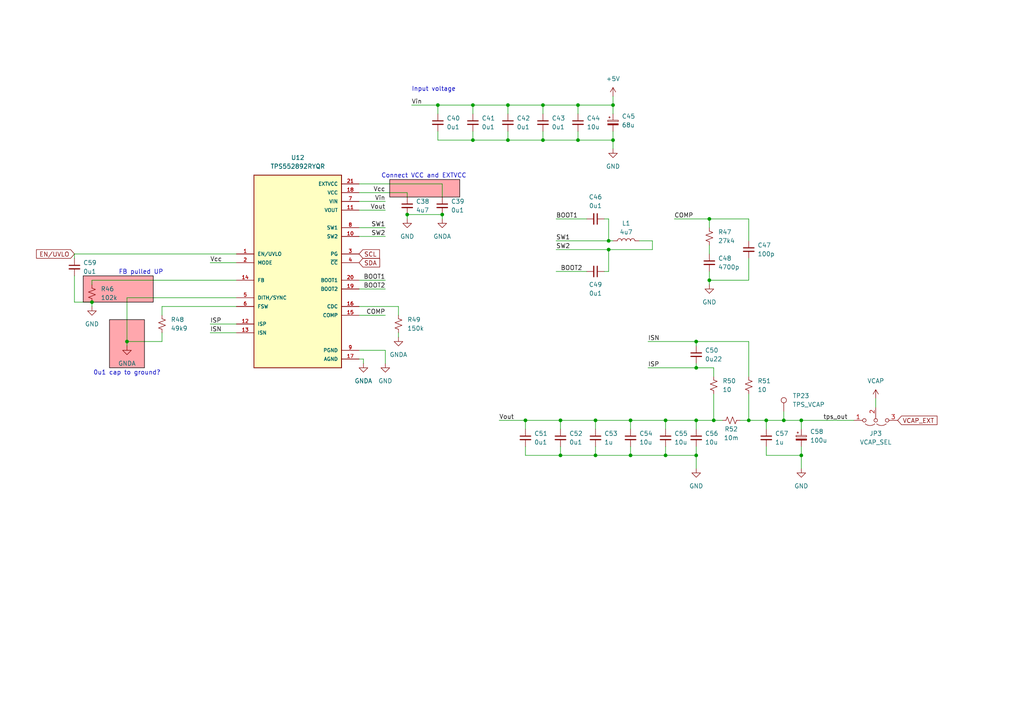
<source format=kicad_sch>
(kicad_sch (version 20231120) (generator "eeschema") (generator_version "8.0")
  (paper "A4")
  (lib_symbols
    (symbol "Connector:TestPoint" (pin_numbers hide) (pin_names (offset 0.762) hide)
      (property "Reference" "TP" (at 0 6.858 0))
      (property "Value" "TestPoint" (at 0 5.08 0))
      (symbol "TestPoint_0_1"
        (circle (center 0 3.302) (radius 0.762))
      )
      (symbol "TestPoint_1_1"
        (pin passive line (at 0 0 90) (length 2.54) (name "1") (number "1"))
      )
    )
    (symbol "DW_custom_symbols:TPS552892RYQR" (pin_names (offset 1.016))
      (property "Reference" "U" (at -12.7 30.48 0))
      (property "Value" "TPS552892RYQR" (at -12.7 -30.48 0))
      (symbol "TPS552892RYQR_0_0"
        (rectangle (start -12.7 -27.94) (end 12.7 27.94) (stroke (width 0.254)) (fill (type background)))
        (pin input line (at -17.78 5.08 0) (length 5.08) (name "EN/UVLO") (number "1"))
        (pin power_in line (at 17.78 10.16 180) (length 5.08) (name "SW2") (number "10"))
        (pin power_in line (at 17.78 17.78 180) (length 5.08) (name "VOUT") (number "11"))
        (pin input line (at -17.78 -15.24 0) (length 5.08) (name "ISP") (number "12"))
        (pin input line (at -17.78 -17.78 0) (length 5.08) (name "ISN") (number "13"))
        (pin input line (at -17.78 -2.54 0) (length 5.08) (name "FB") (number "14"))
        (pin output line (at 17.78 -12.7 180) (length 5.08) (name "COMP") (number "15"))
        (pin output line (at 17.78 -10.16 180) (length 5.08) (name "CDC") (number "16"))
        (pin power_in line (at 17.78 -25.4 180) (length 5.08) (name "AGND") (number "17"))
        (pin power_in line (at 17.78 22.86 180) (length 5.08) (name "VCC") (number "18"))
        (pin output line (at 17.78 -5.08 180) (length 5.08) (name "BOOT2") (number "19"))
        (pin input line (at -17.78 2.54 0) (length 5.08) (name "MODE") (number "2"))
        (pin output line (at 17.78 -2.54 180) (length 5.08) (name "BOOT1") (number "20"))
        (pin power_in line (at 17.78 25.4 180) (length 5.08) (name "EXTVCC") (number "21"))
        (pin output line (at 17.78 5.08 180) (length 5.08) (name "PG") (number "3"))
        (pin output line (at 17.78 2.54 180) (length 5.08) (name "~{CC}") (number "4"))
        (pin input line (at -17.78 -7.62 0) (length 5.08) (name "DITH/SYNC") (number "5"))
        (pin input line (at -17.78 -10.16 0) (length 5.08) (name "FSW") (number "6"))
        (pin power_in line (at 17.78 20.32 180) (length 5.08) (name "VIN") (number "7"))
        (pin power_in line (at 17.78 12.7 180) (length 5.08) (name "SW1") (number "8"))
        (pin power_in line (at 17.78 -22.86 180) (length 5.08) (name "PGND") (number "9"))
      )
    )
    (symbol "Device:C_Polarized_Small" (pin_numbers hide) (pin_names (offset 0.254) hide)
      (property "Reference" "C" (at 0.254 1.778 0))
      (property "Value" "C_Polarized_Small" (at 0.254 -2.032 0))
      (symbol "C_Polarized_Small_0_1"
        (rectangle (start -1.524 -0.3048) (end 1.524 -0.6858) (fill (type outline)))
        (rectangle (start -1.524 0.6858) (end 1.524 0.3048))
        (polyline (pts (xy -1.27 1.524) (xy -0.762 1.524)))
        (polyline (pts (xy -1.016 1.27) (xy -1.016 1.778)))
      )
      (symbol "C_Polarized_Small_1_1"
        (pin passive line (at 0 2.54 270) (length 1.8542) (name "~") (number "1"))
        (pin passive line (at 0 -2.54 90) (length 1.8542) (name "~") (number "2"))
      )
    )
    (symbol "Device:C_Small" (pin_numbers hide) (pin_names (offset 0.254) hide)
      (property "Reference" "C" (at 0.254 1.778 0))
      (property "Value" "C_Small" (at 0.254 -2.032 0))
      (symbol "C_Small_0_1"
        (polyline (pts (xy -1.524 -0.508) (xy 1.524 -0.508)) (stroke (width 0.3302)))
        (polyline (pts (xy -1.524 0.508) (xy 1.524 0.508)) (stroke (width 0.3048)))
      )
      (symbol "C_Small_1_1"
        (pin passive line (at 0 2.54 270) (length 2.032) (name "~") (number "1"))
        (pin passive line (at 0 -2.54 90) (length 2.032) (name "~") (number "2"))
      )
    )
    (symbol "Device:L" (pin_numbers hide) (pin_names (offset 1.016) hide)
      (property "Reference" "L" (at -1.27 0 90))
      (property "Value" "L" (at 1.905 0 90))
      (symbol "L_0_1"
        (arc (start 0 -2.54) (mid 0.6323 -1.905) (end 0 -1.27))
        (arc (start 0 -1.27) (mid 0.6323 -0.635) (end 0 0))
        (arc (start 0 0) (mid 0.6323 0.635) (end 0 1.27))
        (arc (start 0 1.27) (mid 0.6323 1.905) (end 0 2.54))
      )
      (symbol "L_1_1"
        (pin passive line (at 0 3.81 270) (length 1.27) (name "1") (number "1"))
        (pin passive line (at 0 -3.81 90) (length 1.27) (name "2") (number "2"))
      )
    )
    (symbol "Device:R_Small_US" (pin_numbers hide) (pin_names (offset 0.254) hide)
      (property "Reference" "R" (at 0.762 0.508 0))
      (property "Value" "R_Small_US" (at 0.762 -1.016 0))
      (symbol "R_Small_US_1_1"
        (polyline (pts (xy 0 0) (xy 1.016 -0.381) (xy 0 -0.762) (xy -1.016 -1.143) (xy 0 -1.524)))
        (polyline (pts (xy 0 1.524) (xy 1.016 1.143) (xy 0 0.762) (xy -1.016 0.381) (xy 0 0)))
        (pin passive line (at 0 2.54 270) (length 1.016) (name "~") (number "1"))
        (pin passive line (at 0 -2.54 90) (length 1.016) (name "~") (number "2"))
      )
    )
    (symbol "Jumper:Jumper_3_Open" (pin_names (offset 0) hide)
      (property "Reference" "JP" (at -2.54 -2.54 0))
      (property "Value" "Jumper_3_Open" (at 0 2.794 0))
      (symbol "Jumper_3_Open_0_0"
        (circle (center -3.302 0) (radius 0.508))
        (circle (center 0 0) (radius 0.508))
        (circle (center 3.302 0) (radius 0.508))
      )
      (symbol "Jumper_3_Open_0_1"
        (arc (start -0.254 1.016) (mid -1.651 1.4992) (end -3.048 1.016))
        (polyline (pts (xy 0 -0.508) (xy 0 -1.27)))
        (arc (start 3.048 1.016) (mid 1.651 1.4992) (end 0.254 1.016))
      )
      (symbol "Jumper_3_Open_1_1"
        (pin passive line (at -6.35 0 0) (length 2.54) (name "A") (number "1"))
        (pin passive line (at 0 -3.81 90) (length 2.54) (name "C") (number "2"))
        (pin passive line (at 6.35 0 180) (length 2.54) (name "B") (number "3"))
      )
    )
    (symbol "VBUS_2" (power) (pin_names (offset 0))
      (property "Value" "VBUS_2" (at 0 5.08 0))
      (symbol "VBUS_2_0_1"
        (polyline (pts (xy -0.762 1.27) (xy 0 2.54)))
        (polyline (pts (xy 0 0) (xy 0 2.54)))
        (polyline (pts (xy 0 2.54) (xy 0.762 1.27)))
      )
      (symbol "VBUS_2_1_1"
        (pin power_in line (at 0 0 90) (length 0) hide (name "VCAP") (number "1"))
      )
    )
    (symbol "power:+5V" (power) (pin_names (offset 0))
      (property "Value" "+5V" (at 0 3.556 0))
      (symbol "+5V_0_1"
        (polyline (pts (xy -0.762 1.27) (xy 0 2.54)))
        (polyline (pts (xy 0 0) (xy 0 2.54)))
        (polyline (pts (xy 0 2.54) (xy 0.762 1.27)))
      )
      (symbol "+5V_1_1"
        (pin power_in line (at 0 0 90) (length 0) hide (name "+5V") (number "1"))
      )
    )
    (symbol "power:GND" (power) (pin_names (offset 0))
      (property "Value" "GND" (at 0 -3.81 0))
      (symbol "GND_0_1"
        (polyline (pts (xy 0 0) (xy 0 -1.27) (xy 1.27 -1.27) (xy 0 -2.54) (xy -1.27 -1.27) (xy 0 -1.27)))
      )
      (symbol "GND_1_1"
        (pin power_in line (at 0 0 270) (length 0) hide (name "GND") (number "1"))
      )
    )
    (symbol "power:GNDA" (power) (pin_names (offset 0))
      (property "Value" "GNDA" (at 0 -3.81 0))
      (symbol "GNDA_0_1"
        (polyline (pts (xy 0 0) (xy 0 -1.27) (xy 1.27 -1.27) (xy 0 -2.54) (xy -1.27 -1.27) (xy 0 -1.27)))
      )
      (symbol "GNDA_1_1"
        (pin power_in line (at 0 0 270) (length 0) hide (name "GNDA") (number "1"))
      )
    )
  )
  (junction (at 176.53 72.39))
  (junction (at 127 30.48))
  (junction (at 177.8 30.48))
  (junction (at 177.8 40.64))
  (junction (at 232.41 132.08))
  (junction (at 172.72 132.08))
  (junction (at 176.53 69.85))
  (junction (at 207.01 121.92))
  (junction (at 201.93 106.68))
  (junction (at 152.4 121.92))
  (junction (at 137.16 30.48))
  (junction (at 201.93 132.08))
  (junction (at 193.04 132.08))
  (junction (at 193.04 121.92))
  (junction (at 118.11 62.23))
  (junction (at 232.41 121.92))
  (junction (at 217.17 121.92))
  (junction (at 205.74 63.5))
  (junction (at 227.33 121.92))
  (junction (at 26.67 87.63))
  (junction (at 147.32 40.64))
  (junction (at 162.56 121.92))
  (junction (at 205.74 81.28))
  (junction (at 182.88 121.92))
  (junction (at 157.48 30.48))
  (junction (at 162.56 132.08))
  (junction (at 201.93 121.92))
  (junction (at 167.64 40.64))
  (junction (at 147.32 30.48))
  (junction (at 167.64 30.48))
  (junction (at 137.16 40.64))
  (junction (at 182.88 132.08))
  (junction (at 157.48 40.64))
  (junction (at 36.83 99.06))
  (junction (at 128.27 62.23))
  (junction (at 222.25 121.92))
  (junction (at 201.93 99.06))
  (junction (at 172.72 121.92))
  (wire (pts (xy 182.88 121.92) (xy 172.72 121.92)))
  (wire (pts (xy 157.48 40.64) (xy 167.64 40.64)))
  (wire (pts (xy 118.11 62.23) (xy 128.27 62.23)))
  (wire (pts (xy 177.8 40.64) (xy 177.8 43.18)))
  (wire (pts (xy 36.83 86.36) (xy 36.83 99.06)))
  (wire (pts (xy 201.93 132.08) (xy 193.04 132.08)))
  (wire (pts (xy 147.32 30.48) (xy 147.32 33.02)))
  (wire (pts (xy 26.67 81.28) (xy 26.67 82.55)))
  (wire (pts (xy 36.83 86.36) (xy 68.58 86.36)))
  (wire (pts (xy 128.27 62.23) (xy 128.27 63.5)))
  (wire (pts (xy 127 30.48) (xy 127 33.02)))
  (wire (pts (xy 182.88 129.54) (xy 182.88 132.08)))
  (wire (pts (xy 111.76 101.6) (xy 104.14 101.6)))
  (wire (pts (xy 161.29 63.5) (xy 170.18 63.5)))
  (wire (pts (xy 105.41 105.41) (xy 105.41 104.14)))
  (wire (pts (xy 161.29 78.74) (xy 170.18 78.74)))
  (wire (pts (xy 105.41 104.14) (xy 104.14 104.14)))
  (wire (pts (xy 161.29 72.39) (xy 176.53 72.39)))
  (wire (pts (xy 187.96 99.06) (xy 201.93 99.06)))
  (wire (pts (xy 214.63 121.92) (xy 217.17 121.92)))
  (wire (pts (xy 177.8 27.94) (xy 177.8 30.48)))
  (wire (pts (xy 217.17 63.5) (xy 205.74 63.5)))
  (wire (pts (xy 232.41 121.92) (xy 247.65 121.92)))
  (wire (pts (xy 222.25 129.54) (xy 222.25 132.08)))
  (wire (pts (xy 104.14 68.58) (xy 111.76 68.58)))
  (wire (pts (xy 111.76 91.44) (xy 104.14 91.44)))
  (wire (pts (xy 21.59 87.63) (xy 26.67 87.63)))
  (wire (pts (xy 201.93 106.68) (xy 207.01 106.68)))
  (wire (pts (xy 176.53 78.74) (xy 176.53 72.39)))
  (wire (pts (xy 172.72 132.08) (xy 182.88 132.08)))
  (wire (pts (xy 195.58 63.5) (xy 205.74 63.5)))
  (wire (pts (xy 137.16 40.64) (xy 147.32 40.64)))
  (wire (pts (xy 152.4 121.92) (xy 152.4 124.46)))
  (wire (pts (xy 172.72 121.92) (xy 172.72 124.46)))
  (wire (pts (xy 118.11 57.15) (xy 118.11 55.88)))
  (wire (pts (xy 207.01 114.3) (xy 207.01 121.92)))
  (wire (pts (xy 157.48 30.48) (xy 157.48 33.02)))
  (wire (pts (xy 227.33 119.38) (xy 227.33 121.92)))
  (wire (pts (xy 201.93 132.08) (xy 201.93 135.89)))
  (wire (pts (xy 115.57 91.44) (xy 115.57 88.9)))
  (wire (pts (xy 201.93 124.46) (xy 201.93 121.92)))
  (wire (pts (xy 217.17 109.22) (xy 217.17 99.06)))
  (wire (pts (xy 232.41 132.08) (xy 232.41 135.89)))
  (wire (pts (xy 104.14 66.04) (xy 111.76 66.04)))
  (wire (pts (xy 217.17 74.93) (xy 217.17 81.28)))
  (wire (pts (xy 21.59 73.66) (xy 68.58 73.66)))
  (wire (pts (xy 46.99 88.9) (xy 46.99 91.44)))
  (wire (pts (xy 68.58 81.28) (xy 26.67 81.28)))
  (wire (pts (xy 201.93 99.06) (xy 217.17 99.06)))
  (wire (pts (xy 217.17 69.85) (xy 217.17 63.5)))
  (wire (pts (xy 217.17 121.92) (xy 222.25 121.92)))
  (wire (pts (xy 152.4 121.92) (xy 144.78 121.92)))
  (wire (pts (xy 26.67 87.63) (xy 26.67 88.9)))
  (wire (pts (xy 177.8 30.48) (xy 167.64 30.48)))
  (wire (pts (xy 157.48 30.48) (xy 147.32 30.48)))
  (wire (pts (xy 111.76 83.82) (xy 104.14 83.82)))
  (wire (pts (xy 207.01 109.22) (xy 207.01 106.68)))
  (wire (pts (xy 193.04 121.92) (xy 182.88 121.92)))
  (wire (pts (xy 127 38.1) (xy 127 40.64)))
  (wire (pts (xy 189.23 69.85) (xy 189.23 72.39)))
  (wire (pts (xy 115.57 96.52) (xy 115.57 97.79)))
  (wire (pts (xy 127 40.64) (xy 137.16 40.64)))
  (wire (pts (xy 207.01 121.92) (xy 209.55 121.92)))
  (wire (pts (xy 222.25 121.92) (xy 222.25 124.46)))
  (wire (pts (xy 111.76 105.41) (xy 111.76 101.6)))
  (wire (pts (xy 187.96 106.68) (xy 201.93 106.68)))
  (wire (pts (xy 36.83 99.06) (xy 46.99 99.06)))
  (wire (pts (xy 137.16 38.1) (xy 137.16 40.64)))
  (wire (pts (xy 104.14 60.96) (xy 111.76 60.96)))
  (wire (pts (xy 152.4 129.54) (xy 152.4 132.08)))
  (wire (pts (xy 147.32 38.1) (xy 147.32 40.64)))
  (wire (pts (xy 205.74 78.74) (xy 205.74 81.28)))
  (wire (pts (xy 201.93 99.06) (xy 201.93 100.33)))
  (wire (pts (xy 227.33 121.92) (xy 232.41 121.92)))
  (wire (pts (xy 182.88 121.92) (xy 182.88 124.46)))
  (wire (pts (xy 111.76 81.28) (xy 104.14 81.28)))
  (wire (pts (xy 167.64 30.48) (xy 167.64 33.02)))
  (wire (pts (xy 222.25 121.92) (xy 227.33 121.92)))
  (wire (pts (xy 21.59 80.01) (xy 21.59 87.63)))
  (wire (pts (xy 46.99 96.52) (xy 46.99 99.06)))
  (wire (pts (xy 137.16 30.48) (xy 137.16 33.02)))
  (wire (pts (xy 167.64 40.64) (xy 177.8 40.64)))
  (wire (pts (xy 193.04 121.92) (xy 193.04 124.46)))
  (wire (pts (xy 182.88 132.08) (xy 193.04 132.08)))
  (wire (pts (xy 157.48 38.1) (xy 157.48 40.64)))
  (wire (pts (xy 201.93 105.41) (xy 201.93 106.68)))
  (wire (pts (xy 161.29 69.85) (xy 176.53 69.85)))
  (wire (pts (xy 217.17 114.3) (xy 217.17 121.92)))
  (wire (pts (xy 177.8 38.1) (xy 177.8 40.64)))
  (wire (pts (xy 162.56 121.92) (xy 152.4 121.92)))
  (wire (pts (xy 176.53 72.39) (xy 189.23 72.39)))
  (wire (pts (xy 147.32 30.48) (xy 137.16 30.48)))
  (wire (pts (xy 185.42 69.85) (xy 189.23 69.85)))
  (wire (pts (xy 162.56 129.54) (xy 162.56 132.08)))
  (wire (pts (xy 167.64 30.48) (xy 157.48 30.48)))
  (wire (pts (xy 205.74 63.5) (xy 205.74 66.04)))
  (wire (pts (xy 119.38 30.48) (xy 127 30.48)))
  (wire (pts (xy 217.17 81.28) (xy 205.74 81.28)))
  (wire (pts (xy 176.53 69.85) (xy 177.8 69.85)))
  (wire (pts (xy 201.93 129.54) (xy 201.93 132.08)))
  (wire (pts (xy 222.25 132.08) (xy 232.41 132.08)))
  (wire (pts (xy 232.41 121.92) (xy 232.41 124.46)))
  (wire (pts (xy 232.41 132.08) (xy 232.41 129.54)))
  (wire (pts (xy 205.74 71.12) (xy 205.74 73.66)))
  (wire (pts (xy 162.56 121.92) (xy 162.56 124.46)))
  (wire (pts (xy 176.53 63.5) (xy 176.53 69.85)))
  (wire (pts (xy 115.57 88.9) (xy 104.14 88.9)))
  (wire (pts (xy 60.96 93.98) (xy 68.58 93.98)))
  (wire (pts (xy 147.32 40.64) (xy 157.48 40.64)))
  (wire (pts (xy 104.14 53.34) (xy 128.27 53.34)))
  (wire (pts (xy 172.72 121.92) (xy 162.56 121.92)))
  (wire (pts (xy 205.74 81.28) (xy 205.74 82.55)))
  (wire (pts (xy 128.27 53.34) (xy 128.27 57.15)))
  (wire (pts (xy 201.93 121.92) (xy 207.01 121.92)))
  (wire (pts (xy 152.4 132.08) (xy 162.56 132.08)))
  (wire (pts (xy 167.64 38.1) (xy 167.64 40.64)))
  (wire (pts (xy 162.56 132.08) (xy 172.72 132.08)))
  (wire (pts (xy 60.96 96.52) (xy 68.58 96.52)))
  (wire (pts (xy 118.11 62.23) (xy 118.11 63.5)))
  (wire (pts (xy 175.26 63.5) (xy 176.53 63.5)))
  (wire (pts (xy 175.26 78.74) (xy 176.53 78.74)))
  (wire (pts (xy 137.16 30.48) (xy 127 30.48)))
  (wire (pts (xy 177.8 33.02) (xy 177.8 30.48)))
  (wire (pts (xy 201.93 121.92) (xy 193.04 121.92)))
  (wire (pts (xy 104.14 58.42) (xy 111.76 58.42)))
  (wire (pts (xy 172.72 129.54) (xy 172.72 132.08)))
  (wire (pts (xy 193.04 129.54) (xy 193.04 132.08)))
  (wire (pts (xy 21.59 73.66) (xy 21.59 74.93)))
  (wire (pts (xy 36.83 99.06) (xy 36.83 100.33)))
  (wire (pts (xy 104.14 55.88) (xy 118.11 55.88)))
  (wire (pts (xy 68.58 88.9) (xy 46.99 88.9)))
  (wire (pts (xy 254 115.57) (xy 254 118.11)))
  (wire (pts (xy 60.96 76.2) (xy 68.58 76.2)))
  (rectangle (start 31.75 92.71) (end 41.91 106.68) (stroke (width 0) (color 0 0 0 1)) (fill (type color) (color 255 13 30 0.36)))
  (rectangle (start 24.13 80.01) (end 44.45 87.63) (stroke (width 0) (color 0 0 0 1)) (fill (type color) (color 255 13 30 0.36)))
  (rectangle (start 113.03 52.07) (end 133.35 57.15) (stroke (width 0) (color 0 0 0 1)) (fill (type color) (color 255 13 30 0.36)))
  (text "Connect VCC and EXTVCC" (at 122.936 51.054 0) (effects (font (size 1.27 1.27))))
  (text "Input voltage" (at 119.38 26.67 0) (effects (font (size 1.27 1.27)) (justify left bottom)))
  (text "FB pulled UP" (at 40.894 78.994 0) (effects (font (size 1.27 1.27))))
  (text "0u1 cap to ground?" (at 36.83 108.204 0) (effects (font (size 1.27 1.27))))
  (label "Vcc" (at 111.76 55.88 180))
  (label "SW1" (at 161.29 69.85 0))
  (label "COMP" (at 111.76 91.44 180))
  (label "Vout" (at 111.76 60.96 180))
  (label "ISP" (at 187.96 106.68 0))
  (label "SW2" (at 161.29 72.39 0))
  (label "ISN" (at 60.96 96.52 0))
  (label "ISN" (at 187.96 99.06 0))
  (label "Vout" (at 144.78 121.92 0))
  (label "SW2" (at 111.76 68.58 180))
  (label "BOOT1" (at 111.76 81.28 180))
  (label "ISP" (at 60.96 93.98 0))
  (label "BOOT2" (at 111.76 83.82 180))
  (label "tps_out" (at 238.76 121.92 0))
  (label "BOOT2" (at 168.91 78.74 180))
  (label "SW1" (at 111.76 66.04 180))
  (label "COMP" (at 195.58 63.5 0))
  (label "BOOT1" (at 161.29 63.5 0))
  (label "Vcc" (at 60.96 76.2 0))
  (label "Vin" (at 111.76 58.42 180))
  (label "Vin" (at 119.38 30.48 0))
  (global_label "SDA" (shape input) (at 104.14 76.2 0) (property "Intersheetrefs" "${INTERSHEET_REFS}" (effects (hide yes))))
  (global_label "SCL" (shape input) (at 104.14 73.66 0) (property "Intersheetrefs" "${INTERSHEET_REFS}" (effects (hide yes))))
  (global_label "VCAP_EXT" (shape input) (at 260.35 121.92 0) (property "Intersheetrefs" "${INTERSHEET_REFS}" (effects (hide yes))))
  (global_label "EN{slash}UVLO" (shape input) (at 21.59 73.66 180) (property "Intersheetrefs" "${INTERSHEET_REFS}" (effects (hide yes))))
  (symbol (lib_id "Device:C_Polarized_Small") (at 232.41 127 0) (unit 1)
    (property "Reference" "C58" (at 234.95 125.1839 0) (effects (justify left)))
    (property "Value" "100u" (at 234.95 127.7239 0) (effects (justify left)))
    (property "Footprint" "Capacitor_SMD:CP_Elec_6.3x5.8" (effects (hide yes)))
    (property "Part No." "EEHZK1V101XP " (effects (hide yes)))
  )
  (symbol (lib_id "Device:C_Small") (at 152.4 127 0) (unit 1)
    (property "Reference" "C51" (at 154.94 125.7363 0) (effects (justify left)))
    (property "Value" "0u1" (at 154.94 128.2763 0) (effects (justify left)))
    (property "Footprint" "Capacitor_SMD:C_0603_1608Metric_Pad1.08x0.95mm_HandSolder" (effects (hide yes)))
  )
  (symbol (lib_name "VBUS_2") (lib_id "power:VBUS") (at 254 115.57 0) (unit 1)
    (property "Reference" "#PWR081" (effects (hide yes)))
    (property "Value" "VCAP" (at 254 110.49 0))
  )
  (symbol (lib_id "power:GNDA") (at 105.41 105.41 0) (unit 1)
    (property "Reference" "#PWR079" (effects (hide yes)))
    (property "Value" "GNDA" (at 105.41 110.49 0))
  )
  (symbol (lib_id "Device:C_Small") (at 172.72 127 0) (unit 1)
    (property "Reference" "C53" (at 175.26 125.7363 0) (effects (justify left)))
    (property "Value" "1u" (at 175.26 128.2763 0) (effects (justify left)))
    (property "Footprint" "Capacitor_SMD:C_0603_1608Metric_Pad1.08x0.95mm_HandSolder" (effects (hide yes)))
  )
  (symbol (lib_id "Device:C_Small") (at 217.17 72.39 0) (unit 1)
    (property "Reference" "C47" (at 219.71 71.1263 0) (effects (justify left)))
    (property "Value" "100p" (at 219.71 73.6663 0) (effects (justify left)))
    (property "Footprint" "Capacitor_SMD:C_0402_1005Metric_Pad0.74x0.62mm_HandSolder" (effects (hide yes)))
    (property "Part No." "CGA2B2C0G1H101J" (effects (hide yes)))
  )
  (symbol (lib_id "Device:C_Small") (at 182.88 127 0) (unit 1)
    (property "Reference" "C54" (at 185.42 125.7363 0) (effects (justify left)))
    (property "Value" "10u" (at 185.42 128.2763 0) (effects (justify left)))
    (property "Footprint" "Capacitor_SMD:C_1206_3216Metric_Pad1.33x1.80mm_HandSolder" (effects (hide yes)))
  )
  (symbol (lib_id "power:GNDA") (at 128.27 63.5 0) (unit 1)
    (property "Reference" "#PWR073" (effects (hide yes)))
    (property "Value" "GNDA" (at 128.27 68.58 0))
  )
  (symbol (lib_id "power:GND") (at 118.11 63.5 0) (unit 1)
    (property "Reference" "#PWR072" (effects (hide yes)))
    (property "Value" "GND" (at 118.11 68.58 0))
  )
  (symbol (lib_id "Device:R_Small_US") (at 26.67 85.09 0) (unit 1)
    (property "Reference" "R46" (at 29.21 83.82 0) (effects (justify left)))
    (property "Value" "102k" (at 29.21 86.36 0) (effects (justify left)))
    (property "Footprint" "Resistor_SMD:R_0603_1608Metric_Pad0.98x0.95mm_HandSolder" (effects (hide yes)))
  )
  (symbol (lib_id "Connector:TestPoint") (at 227.33 119.38 0) (unit 1)
    (property "Reference" "TP23" (at 229.87 114.808 0) (effects (justify left)))
    (property "Value" "TPS_VCAP" (at 229.87 117.348 0) (effects (justify left)))
    (property "Footprint" "TestPoint:TestPoint_Pad_D2.5mm" (effects (hide yes)))
  )
  (symbol (lib_id "power:GND") (at 205.74 82.55 0) (unit 1)
    (property "Reference" "#PWR078" (effects (hide yes)))
    (property "Value" "GND" (at 205.74 87.63 0))
  )
  (symbol (lib_id "power:GND") (at 201.93 135.89 0) (unit 1)
    (property "Reference" "#PWR082" (effects (hide yes)))
    (property "Value" "GND" (at 201.93 140.97 0))
  )
  (symbol (lib_id "Device:C_Small") (at 147.32 35.56 0) (unit 1)
    (property "Reference" "C42" (at 149.86 34.2963 0) (effects (justify left)))
    (property "Value" "0u1" (at 149.86 36.8363 0) (effects (justify left)))
    (property "Footprint" "Capacitor_SMD:C_0603_1608Metric_Pad1.08x0.95mm_HandSolder" (effects (hide yes)))
  )
  (symbol (lib_id "DW_custom_symbols:TPS552892RYQR") (at 86.36 78.74 0) (unit 1)
    (property "Reference" "U12" (at 86.36 45.72 0))
    (property "Value" "TPS552892RYQR" (at 86.36 48.26 0))
    (property "Footprint" "DW_Library:CONV_TPS552892RYQR" (effects (hide yes)))
    (property "Description" "\nBuck-Boost Switching Regulator IC Positive Programmable 0.8V 1 Output 5A 21-PowerVFQFN\n" (effects (hide yes)))
    (property "MF" "Texas Instruments" (effects (hide yes)))
    (property "MAXIMUM_PACKAGE_HEIGHT" "1.00mm" (effects (hide yes)))
    (property "Package" "None" (effects (hide yes)))
    (property "Price" "None" (effects (hide yes)))
    (property "Check_prices" "https://www.snapeda.com/parts/TPS552892RYQR/Texas+Instruments/view-part/?ref=eda" (effects (hide yes)))
    (property "STANDARD" "Manufacturer Recommendations" (effects (hide yes)))
    (property "PARTREV" "A" (effects (hide yes)))
    (property "SnapEDA_Link" "https://www.snapeda.com/parts/TPS552892RYQR/Texas+Instruments/view-part/?ref=snap" (effects (hide yes)))
    (property "MP" "TPS552892RYQR" (effects (hide yes)))
    (property "Purchase-URL" "https://www.snapeda.com/api/url_track_click_mouser/?unipart_id=13805360&manufacturer=Texas Instruments&part_name=TPS552892RYQR&search_term=tps55289" (effects (hide yes)))
    (property "Availability" "In Stock" (effects (hide yes)))
    (property "MANUFACTURER" "Texas Instruments" (effects (hide yes)))
  )
  (symbol (lib_id "power:GNDA") (at 115.57 97.79 0) (unit 1)
    (property "Reference" "#PWR076" (effects (hide yes)))
    (property "Value" "GNDA" (at 115.57 102.87 0))
  )
  (symbol (lib_id "power:GND") (at 232.41 135.89 0) (unit 1)
    (property "Reference" "#PWR083" (effects (hide yes)))
    (property "Value" "GND" (at 232.41 140.97 0))
  )
  (symbol (lib_id "Device:C_Small") (at 127 35.56 0) (unit 1)
    (property "Reference" "C40" (at 129.54 34.2963 0) (effects (justify left)))
    (property "Value" "0u1" (at 129.54 36.8363 0) (effects (justify left)))
    (property "Footprint" "Capacitor_SMD:C_0603_1608Metric_Pad1.08x0.95mm_HandSolder" (effects (hide yes)))
  )
  (symbol (lib_id "Device:C_Small") (at 201.93 127 0) (unit 1)
    (property "Reference" "C56" (at 204.47 125.7363 0) (effects (justify left)))
    (property "Value" "10u" (at 204.47 128.2763 0) (effects (justify left)))
    (property "Footprint" "Capacitor_SMD:C_1206_3216Metric_Pad1.33x1.80mm_HandSolder" (effects (hide yes)))
  )
  (symbol (lib_id "power:GND") (at 26.67 88.9 0) (unit 1)
    (property "Reference" "#PWR075" (effects (hide yes)))
    (property "Value" "GND" (at 26.67 93.98 0))
  )
  (symbol (lib_id "Device:C_Small") (at 157.48 35.56 0) (unit 1)
    (property "Reference" "C43" (at 160.02 34.2963 0) (effects (justify left)))
    (property "Value" "0u1" (at 160.02 36.8363 0) (effects (justify left)))
    (property "Footprint" "Capacitor_SMD:C_0603_1608Metric_Pad1.08x0.95mm_HandSolder" (effects (hide yes)))
  )
  (symbol (lib_id "Device:R_Small_US") (at 46.99 93.98 0) (unit 1)
    (property "Reference" "R48" (at 49.53 92.71 0) (effects (justify left)))
    (property "Value" "49k9" (at 49.53 95.25 0) (effects (justify left)))
    (property "Footprint" "Resistor_SMD:R_0603_1608Metric_Pad0.98x0.95mm_HandSolder" (effects (hide yes)))
  )
  (symbol (lib_id "Device:C_Small") (at 172.72 78.74 270) (unit 1)
    (property "Reference" "C49" (at 172.72 82.55 90))
    (property "Value" "0u1" (at 172.72 85.09 90))
    (property "Footprint" "Capacitor_SMD:C_0603_1608Metric_Pad1.08x0.95mm_HandSolder" (effects (hide yes)))
  )
  (symbol (lib_id "Device:C_Small") (at 137.16 35.56 0) (unit 1)
    (property "Reference" "C41" (at 139.7 34.2963 0) (effects (justify left)))
    (property "Value" "0u1" (at 139.7 36.8363 0) (effects (justify left)))
    (property "Footprint" "Capacitor_SMD:C_0603_1608Metric_Pad1.08x0.95mm_HandSolder" (effects (hide yes)))
  )
  (symbol (lib_id "Device:C_Small") (at 205.74 76.2 0) (unit 1)
    (property "Reference" "C48" (at 208.28 74.9363 0) (effects (justify left)))
    (property "Value" "4700p" (at 208.28 77.4763 0) (effects (justify left)))
    (property "Footprint" "Capacitor_SMD:C_0402_1005Metric_Pad0.74x0.62mm_HandSolder" (effects (hide yes)))
    (property "Part No." "CGA2B2X7R1H472K" (effects (hide yes)))
  )
  (symbol (lib_id "Device:C_Small") (at 167.64 35.56 0) (unit 1)
    (property "Reference" "C44" (at 170.18 34.2963 0) (effects (justify left)))
    (property "Value" "10u" (at 170.18 36.8363 0) (effects (justify left)))
    (property "Footprint" "Capacitor_SMD:C_1206_3216Metric_Pad1.33x1.80mm_HandSolder" (effects (hide yes)))
  )
  (symbol (lib_id "Device:C_Small") (at 193.04 127 0) (unit 1)
    (property "Reference" "C55" (at 195.58 125.7363 0) (effects (justify left)))
    (property "Value" "10u" (at 195.58 128.2763 0) (effects (justify left)))
    (property "Footprint" "Capacitor_SMD:C_1206_3216Metric_Pad1.33x1.80mm_HandSolder" (effects (hide yes)))
  )
  (symbol (lib_id "Device:R_Small_US") (at 115.57 93.98 0) (unit 1)
    (property "Reference" "R49" (at 118.11 92.71 0) (effects (justify left)))
    (property "Value" "150k" (at 118.11 95.25 0) (effects (justify left)))
    (property "Footprint" "Resistor_SMD:R_0603_1608Metric_Pad0.98x0.95mm_HandSolder" (effects (hide yes)))
  )
  (symbol (lib_id "Device:C_Small") (at 162.56 127 0) (unit 1)
    (property "Reference" "C52" (at 165.1 125.7363 0) (effects (justify left)))
    (property "Value" "0u1" (at 165.1 128.2763 0) (effects (justify left)))
    (property "Footprint" "Capacitor_SMD:C_0603_1608Metric_Pad1.08x0.95mm_HandSolder" (effects (hide yes)))
  )
  (symbol (lib_id "power:GND") (at 111.76 105.41 0) (unit 1)
    (property "Reference" "#PWR080" (effects (hide yes)))
    (property "Value" "GND" (at 111.76 110.49 0))
  )
  (symbol (lib_id "Device:L") (at 181.61 69.85 90) (unit 1)
    (property "Reference" "L1" (at 181.61 64.77 90))
    (property "Value" "4u7" (at 181.61 67.31 90))
    (property "Footprint" "Inductor_SMD:L_Coilcraft_XAL7070-XXX" (effects (hide yes)))
    (property "Part No." "XAL7070-472MEC" (effects (hide yes)))
  )
  (symbol (lib_id "Device:C_Small") (at 128.27 59.69 0) (unit 1)
    (property "Reference" "C39" (at 130.81 58.4263 0) (effects (justify left)))
    (property "Value" "0u1" (at 130.81 60.9663 0) (effects (justify left)))
    (property "Footprint" "Capacitor_SMD:C_0603_1608Metric_Pad1.08x0.95mm_HandSolder" (effects (hide yes)))
  )
  (symbol (lib_id "power:+5V") (at 177.8 27.94 0) (unit 1)
    (property "Reference" "#PWR071" (effects (hide yes)))
    (property "Value" "+5V" (at 177.8 22.86 0))
  )
  (symbol (lib_id "power:GNDA") (at 36.83 100.33 0) (unit 1)
    (property "Reference" "#PWR077" (effects (hide yes)))
    (property "Value" "GNDA" (at 36.83 105.41 0))
  )
  (symbol (lib_id "Device:C_Polarized_Small") (at 177.8 35.56 0) (unit 1)
    (property "Reference" "C45" (at 180.34 33.7439 0) (effects (justify left)))
    (property "Value" "68u" (at 180.34 36.2839 0) (effects (justify left)))
    (property "Footprint" "DW_Library:PCAP_EEHZ_F_PAN" (effects (hide yes)))
    (property "Part No." "EEH-ZA1H680P" (effects (hide yes)))
  )
  (symbol (lib_id "Device:C_Small") (at 21.59 77.47 0) (unit 1)
    (property "Reference" "C59" (at 24.13 76.2063 0) (effects (justify left)))
    (property "Value" "0u1" (at 24.13 78.7463 0) (effects (justify left)))
    (property "Footprint" "Capacitor_SMD:C_0603_1608Metric_Pad1.08x0.95mm_HandSolder" (effects (hide yes)))
  )
  (symbol (lib_id "Device:R_Small_US") (at 212.09 121.92 90) (unit 1)
    (property "Reference" "R52" (at 212.09 124.46 90))
    (property "Value" "10m" (at 212.09 127 90))
    (property "Footprint" "Resistor_SMD:R_1206_3216Metric_Pad1.30x1.75mm_HandSolder" (effects (hide yes)))
    (property "Part No." "CRF1206-FZ-R010ELF" (effects (hide yes)))
  )
  (symbol (lib_id "Device:R_Small_US") (at 217.17 111.76 0) (unit 1)
    (property "Reference" "R51" (at 219.71 110.49 0) (effects (justify left)))
    (property "Value" "10" (at 219.71 113.03 0) (effects (justify left)))
    (property "Footprint" "Resistor_SMD:R_0603_1608Metric_Pad0.98x0.95mm_HandSolder" (effects (hide yes)))
  )
  (symbol (lib_id "Jumper:Jumper_3_Open") (at 254 121.92 0) (mirror x) (unit 1)
    (property "Reference" "JP3" (at 254 125.73 0))
    (property "Value" "VCAP_SEL" (at 254 128.27 0))
    (property "Footprint" "DW_Library:custom_jumper" (effects (hide yes)))
  )
  (symbol (lib_id "power:GND") (at 177.8 43.18 0) (unit 1)
    (property "Reference" "#PWR074" (effects (hide yes)))
    (property "Value" "GND" (at 177.8 48.26 0))
  )
  (symbol (lib_id "Device:C_Small") (at 118.11 59.69 0) (unit 1)
    (property "Reference" "C38" (at 120.65 58.4263 0) (effects (justify left)))
    (property "Value" "4u7" (at 120.65 60.9663 0) (effects (justify left)))
    (property "Footprint" "Capacitor_SMD:C_0603_1608Metric_Pad1.08x0.95mm_HandSolder" (effects (hide yes)))
  )
  (symbol (lib_id "Device:C_Small") (at 222.25 127 0) (unit 1)
    (property "Reference" "C57" (at 224.79 125.7363 0) (effects (justify left)))
    (property "Value" "1u" (at 224.79 128.2763 0) (effects (justify left)))
    (property "Footprint" "Capacitor_SMD:C_0603_1608Metric_Pad1.08x0.95mm_HandSolder" (effects (hide yes)))
  )
  (symbol (lib_id "Device:R_Small_US") (at 205.74 68.58 0) (unit 1)
    (property "Reference" "R47" (at 208.28 67.31 0) (effects (justify left)))
    (property "Value" "27k4" (at 208.28 69.85 0) (effects (justify left)))
    (property "Footprint" "Resistor_SMD:R_0603_1608Metric_Pad0.98x0.95mm_HandSolder" (effects (hide yes)))
  )
  (symbol (lib_id "Device:R_Small_US") (at 207.01 111.76 0) (unit 1)
    (property "Reference" "R50" (at 209.55 110.49 0) (effects (justify left)))
    (property "Value" "10" (at 209.55 113.03 0) (effects (justify left)))
    (property "Footprint" "Resistor_SMD:R_0603_1608Metric_Pad0.98x0.95mm_HandSolder" (effects (hide yes)))
  )
  (symbol (lib_id "Device:C_Small") (at 172.72 63.5 270) (unit 1)
    (property "Reference" "C46" (at 172.7136 57.15 90))
    (property "Value" "0u1" (at 172.7136 59.69 90))
    (property "Footprint" "Capacitor_SMD:C_0603_1608Metric_Pad1.08x0.95mm_HandSolder" (effects (hide yes)))
  )
  (symbol (lib_id "Device:C_Small") (at 201.93 102.87 0) (unit 1)
    (property "Reference" "C50" (at 204.47 101.6063 0) (effects (justify left)))
    (property "Value" "0u22" (at 204.47 104.1463 0) (effects (justify left)))
    (property "Footprint" "Capacitor_SMD:C_0603_1608Metric_Pad1.08x0.95mm_HandSolder" (effects (hide yes)))
  )
)
</source>
